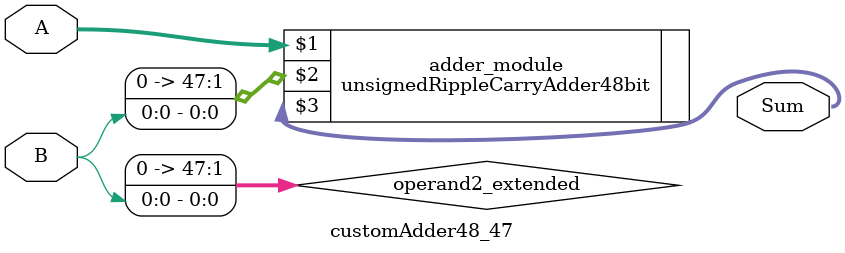
<source format=v>
module customAdder48_47(
                        input [47 : 0] A,
                        input [0 : 0] B,
                        
                        output [48 : 0] Sum
                );

        wire [47 : 0] operand2_extended;
        
        assign operand2_extended =  {47'b0, B};
        
        unsignedRippleCarryAdder48bit adder_module(
            A,
            operand2_extended,
            Sum
        );
        
        endmodule
        
</source>
